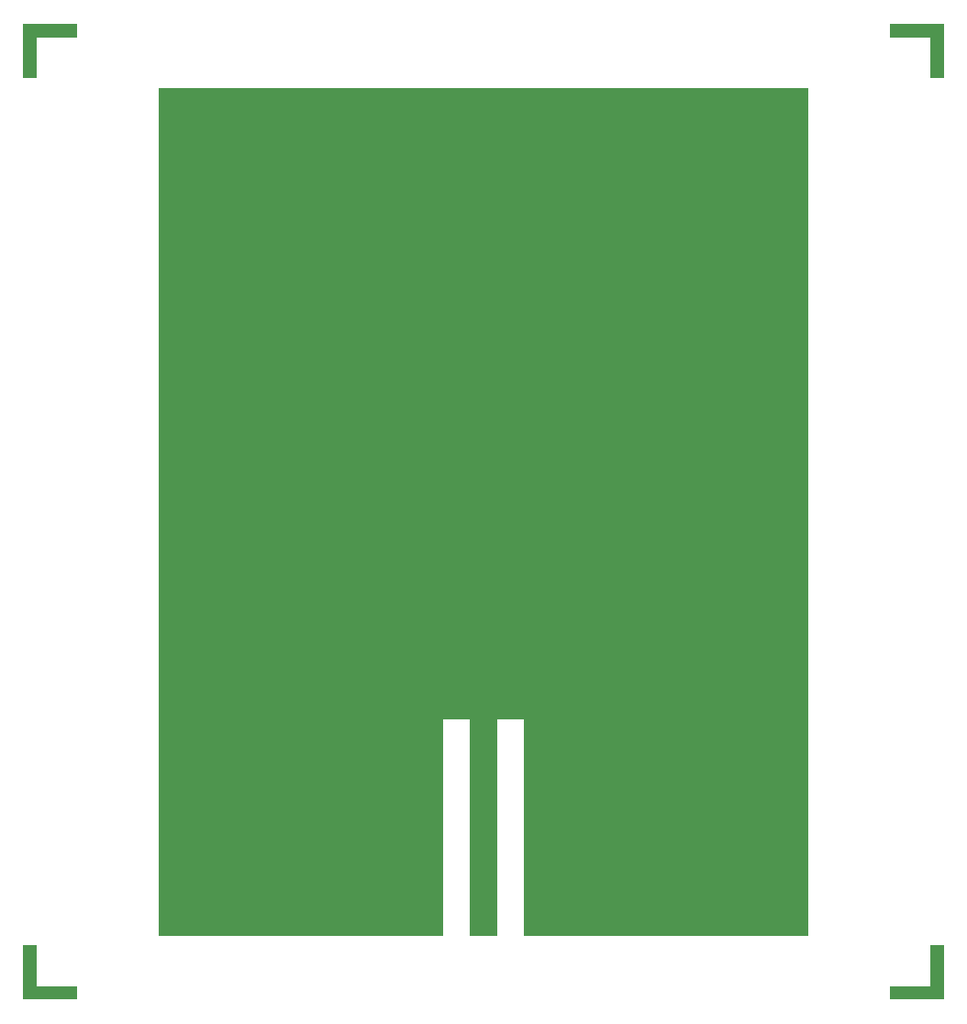
<source format=gbr>
G04 =======================================* 
G04 File Format: RS-274X * 
G04 Date:        August 23 2018 * 
G04 Time:        10:27:27 * 
G04 =======================================* 
G04 Format description *** 
G04 Code:          ASCII * 
G04 Unit:          Millimeter * 
G04 Coordinates:   Absolut * 
G04 Digits:        3.3-format * 
G04 Zeros skipped: Leading zeros omitted * 
G04 =======================================* 
%FSLAX33Y33*%
%MOMM*%
G90*
G71*
%LPD*%
G36*
G01X-3750Y-39125D02*
G01X-3750Y-19125D01*
G01X-1250Y-19125D01*
G01X-1250Y-39125D01*
G01X1250Y-39125D01*
G01X1250Y-19125D01*
G01X3750Y-19125D01*
G01X3750Y-39125D01*
G01X30000Y-39125D01*
G01X30000Y39125D01*
G01X-30000Y39125D01*
G01X-30000Y-39125D01*
G37*
%LPD*%
G36*
G01X-1250Y-39125D02*
G01X1250Y-39125D01*
G01X1250Y-19125D01*
G01X-1250Y-19125D01*
G37*
%LPD*%
G36*
G01X-37500Y-43750D02*
G01X-41250Y-43750D01*
G01X-41250Y-40000D01*
G01X-42500Y-40000D01*
G01X-42500Y-45000D01*
G01X-37500Y-45000D01*
G37*
%LPD*%
G36*
G01X41250Y-43750D02*
G01X37500Y-43750D01*
G01X37500Y-45000D01*
G01X42500Y-45000D01*
G01X42500Y-40000D01*
G01X41250Y-40000D01*
G37*
%LPD*%
G36*
G01X37500Y43750D02*
G01X41250Y43750D01*
G01X41250Y40000D01*
G01X42500Y40000D01*
G01X42500Y45000D01*
G01X37500Y45000D01*
G37*
%LPD*%
G36*
G01X-41250Y43750D02*
G01X-37500Y43750D01*
G01X-37500Y45000D01*
G01X-42500Y45000D01*
G01X-42500Y40000D01*
G01X-41250Y40000D01*
G37*
M02* 
G04 End Of Gerber File* 

</source>
